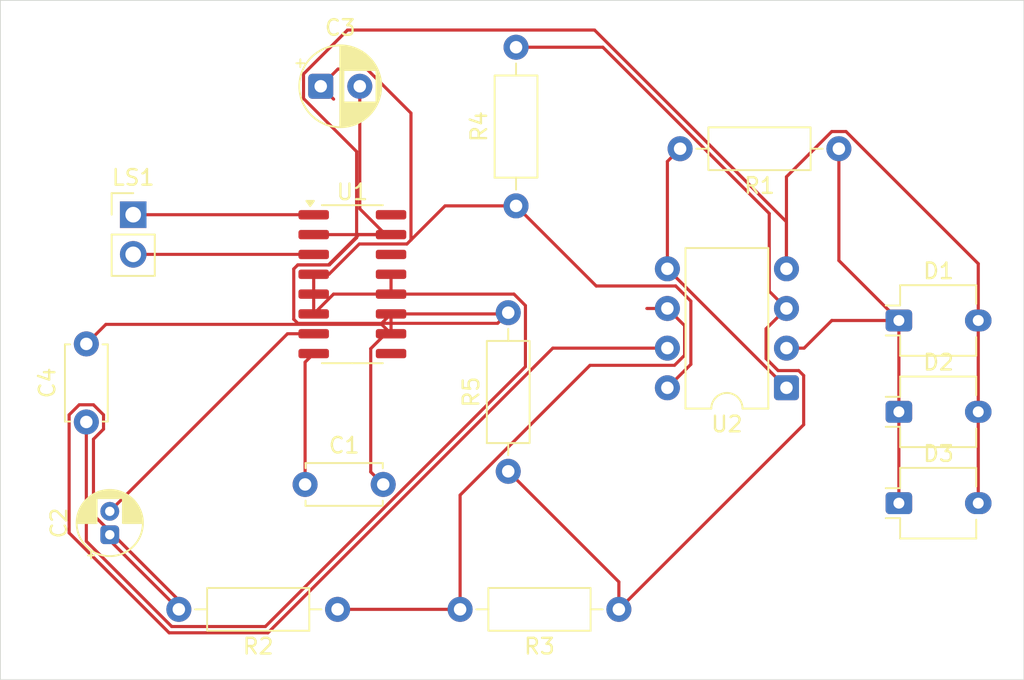
<source format=kicad_pcb>
(kicad_pcb (version 20241229) (generator "pcbnew") (generator_version "9.0")
  (layers (0 "F.Cu" signal) (2 "B.Cu" signal) (13 "F.Paste" user) (15 "B.Paste" user) (5 "F.SilkS" user "F.Silkscreen") (7 "B.SilkS" user "B.Silkscreen") (1 "F.Mask" user) (3 "B.Mask" user) (25 "Edge.Cuts" user))
  (net 0 "")
  (net 1 "Net-(U1-VREF)")
  (net 2 "GND")
  (net 3 "Net-(U1-INL)")
  (net 4 "+5V")
  (net 5 "Net-(U1-LOUT-)")
  (net 6 "Net-(U1-LOUT+)")
  (net 10 "Net-(C2-Pad1)")
  (net 11 "Net-(D1-K)")
  (net 12 "Net-(U2B-+)")
  (net 13 "Net-(U2B--)")
  (net 14 "Net-(U2A-+)")
  (footprint "Resistor_THT:R_Axial_DIN0207_L6.3mm_D2.5mm_P10.16mm_Horizontal" (layer "F.Cu") (at 163 96.16 90)
    (property "Reference" "R5" (at 5.08 -2.37 90) (layer "F.SilkS"))
    (property "Value" "10k")
    (fp_line (start 9.12 0) (end 8.35 0) (stroke (width 0.12)) (layer "F.SilkS"))
    (fp_line (start 1.04 0) (end 1.81 0) (stroke (width 0.12)) (layer "F.SilkS"))
    (fp_rect (start 1.81 -1.37) (end 8.35 1.37) (stroke (width 0.12)) (fill no) (layer "F.SilkS"))
    (pad "1" thru_hole circle (at 0 0 90) (size 1.6 1.6) (drill 0.8) (layers "*.Cu" "*.Mask") (net 14 "Net-(U2A-+)"))
    (pad "2" thru_hole circle (at 10.16 0 90) (size 1.6 1.6) (drill 0.8) (layers "*.Cu" "*.Mask") (net 2 "GND"))
  )
  (footprint "Capacitor_THT:C_Disc_D4.7mm_W2.5mm_P5.00mm" (layer "F.Cu") (at 150 97)
    (property "Reference" "C1" (at 2.5 -2.5 0) (layer "F.SilkS"))
    (property "Value" "0.1uF")
    (fp_line (start 0.03 -1.37) (end 4.97 -1.37) (stroke (width 0.12)) (layer "F.SilkS"))
    (fp_line (start 0.03 -1.04) (end 0.03 -1.37) (stroke (width 0.12)) (layer "F.SilkS"))
    (fp_line (start 0.03 1.37) (end 0.03 1.04) (stroke (width 0.12)) (layer "F.SilkS"))
    (fp_line (start 4.97 -1.37) (end 4.97 -1.04) (stroke (width 0.12)) (layer "F.SilkS"))
    (fp_line (start 4.97 1.04) (end 4.97 1.37) (stroke (width 0.12)) (layer "F.SilkS"))
    (fp_line (start 4.97 1.37) (end 0.03 1.37) (stroke (width 0.12)) (layer "F.SilkS"))
    (pad "1" thru_hole circle (at 0 0) (size 1.6 1.6) (drill 0.8) (layers "*.Cu" "*.Mask") (net 1 "Net-(U1-VREF)"))
    (pad "2" thru_hole circle (at 5 0) (size 1.6 1.6) (drill 0.8) (layers "*.Cu" "*.Mask") (net 2 "GND"))
  )
  (footprint "Resistor_THT:R_Axial_DIN0207_L6.3mm_D2.5mm_P10.16mm_Horizontal" (layer "F.Cu") (at 163.5 79.16 90)
    (property "Reference" "R4" (at 5.08 -2.37 90) (layer "F.SilkS"))
    (property "Value" "10k")
    (fp_line (start 9.12 0) (end 8.35 0) (stroke (width 0.12)) (layer "F.SilkS"))
    (fp_line (start 1.04 0) (end 1.81 0) (stroke (width 0.12)) (layer "F.SilkS"))
    (fp_rect (start 1.81 -1.37) (end 8.35 1.37) (stroke (width 0.12)) (fill no) (layer "F.SilkS"))
    (pad "1" thru_hole circle (at 0 0 90) (size 1.6 1.6) (drill 0.8) (layers "*.Cu" "*.Mask") (net 4 "+5V"))
    (pad "2" thru_hole circle (at 10.16 0 90) (size 1.6 1.6) (drill 0.8) (layers "*.Cu" "*.Mask") (net 14 "Net-(U2A-+)"))
  )
  (footprint "Resistor_THT:R_Axial_DIN0207_L6.3mm_D2.5mm_P10.16mm_Horizontal" (layer "F.Cu") (at 170.08 105 180)
    (property "Reference" "R3" (at 5.08 -2.37 0) (layer "F.SilkS"))
    (property "Value" "5.1k")
    (fp_line (start 9.12 0) (end 8.35 0) (stroke (width 0.12)) (layer "F.SilkS"))
    (fp_line (start 1.04 0) (end 1.81 0) (stroke (width 0.12)) (layer "F.SilkS"))
    (fp_rect (start 1.81 -1.37) (end 8.35 1.37) (stroke (width 0.12)) (fill no) (layer "F.SilkS"))
    (pad "1" thru_hole circle (at 0 0 180) (size 1.6 1.6) (drill 0.8) (layers "*.Cu" "*.Mask") (net 14 "Net-(U2A-+)"))
    (pad "2" thru_hole circle (at 10.16 0 180) (size 1.6 1.6) (drill 0.8) (layers "*.Cu" "*.Mask") (net 13 "Net-(U2B--)"))
  )
  (footprint "OptoDevice:Osram_DIL2_4.3x4.65mm_P5.08mm" (layer "F.Cu") (at 188 98.2)
    (property "Reference" "D3" (at 2.54 -3.17 0) (layer "F.SilkS"))
    (property "Value" "BPW34")
    (fp_line (start 0.08 -2.26) (end 0.08 -0.96) (stroke (width 0.12)) (layer "F.SilkS"))
    (fp_line (start 0.08 -2.26) (end 4.95 -2.26) (stroke (width 0.12)) (layer "F.SilkS"))
    (fp_line (start 0.08 -0.96) (end -0.84 -0.96) (stroke (width 0.12)) (layer "F.SilkS"))
    (fp_line (start 0.08 0.96) (end -0.84 0.96) (stroke (width 0.12)) (layer "F.SilkS"))
    (fp_line (start 0.08 0.96) (end 0.08 2.26) (stroke (width 0.12)) (layer "F.SilkS"))
    (fp_line (start 4.95 -2.26) (end 4.95 -1.06) (stroke (width 0.12)) (layer "F.SilkS"))
    (fp_line (start 4.95 1.06) (end 4.95 2.26) (stroke (width 0.12)) (layer "F.SilkS"))
    (fp_line (start 4.95 2.26) (end 0.08 2.26) (stroke (width 0.12)) (layer "F.SilkS"))
    (pad "1" thru_hole roundrect (at 0 0) (size 1.7 1.4) (drill 0.7) (layers "*.Cu" "*.Mask") (roundrect_rratio 0.178) (net 11 "Net-(D1-K)"))
    (pad "2" thru_hole oval (at 5.08 0) (size 1.7 1.4) (drill 0.7) (layers "*.Cu" "*.Mask") (net 2 "GND"))
  )
  (footprint "Capacitor_THT:CP_Radial_D4.0mm_P1.50mm" (layer "F.Cu") (at 137.5 100.2226 90)
    (property "Reference" "C2" (at 0.75 -3.25 90) (layer "F.SilkS"))
    (property "Value" "1uF")
    (fp_line (start 0.79 -2.08) (end 0.79 -0.84) (stroke (width 0.12)) (layer "F.SilkS"))
    (fp_line (start 0.75 -2.08) (end 0.75 -0.84) (stroke (width 0.12)) (layer "F.SilkS"))
    (fp_line (start 0.83 -2.078) (end 0.83 -0.84) (stroke (width 0.12)) (layer "F.SilkS"))
    (fp_line (start 0.87 -2.077) (end 0.87 -0.84) (stroke (width 0.12)) (layer "F.SilkS"))
    (fp_line (start 0.91 -2.074) (end 0.91 -0.84) (stroke (width 0.12)) (layer "F.SilkS"))
    (fp_line (start 0.95 -2.071) (end 0.95 -0.84) (stroke (width 0.12)) (layer "F.SilkS"))
    (fp_line (start 0.99 -2.066) (end 0.99 -0.84) (stroke (width 0.12)) (layer "F.SilkS"))
    (fp_line (start 1.03 -2.061) (end 1.03 -0.84) (stroke (width 0.12)) (layer "F.SilkS"))
    (fp_line (start 1.07 -2.056) (end 1.07 -0.84) (stroke (width 0.12)) (layer "F.SilkS"))
    (fp_line (start 1.11 -2.049) (end 1.11 -0.84) (stroke (width 0.12)) (layer "F.SilkS"))
    (fp_line (start 1.15 -2.042) (end 1.15 -0.84) (stroke (width 0.12)) (layer "F.SilkS"))
    (fp_line (start 1.19 -2.034) (end 1.19 -0.84) (stroke (width 0.12)) (layer "F.SilkS"))
    (fp_line (start 1.23 -2.025) (end 1.23 -0.84) (stroke (width 0.12)) (layer "F.SilkS"))
    (fp_line (start 1.27 -2.015) (end 1.27 -0.84) (stroke (width 0.12)) (layer "F.SilkS"))
    (fp_line (start 1.31 -2.005) (end 1.31 -0.84) (stroke (width 0.12)) (layer "F.SilkS"))
    (fp_line (start 1.35 -1.993) (end 1.35 -0.84) (stroke (width 0.12)) (layer "F.SilkS"))
    (fp_line (start 1.39 -1.981) (end 1.39 -0.84) (stroke (width 0.12)) (layer "F.SilkS"))
    (fp_line (start 1.43 -1.968) (end 1.43 -0.84) (stroke (width 0.12)) (layer "F.SilkS"))
    (fp_line (start 1.47 -1.954) (end 1.47 -0.84) (stroke (width 0.12)) (layer "F.SilkS"))
    (fp_line (start 1.51 -1.939) (end 1.51 -0.84) (stroke (width 0.12)) (layer "F.SilkS"))
    (fp_line (start 1.55 -1.923) (end 1.55 -0.84) (stroke (width 0.12)) (layer "F.SilkS"))
    (fp_line (start 1.59 -1.906) (end 1.59 -0.84) (stroke (width 0.12)) (layer "F.SilkS"))
    (fp_line (start 1.63 -1.889) (end 1.63 -0.84) (stroke (width 0.12)) (layer "F.SilkS"))
    (fp_line (start 1.67 -1.87) (end 1.67 -0.84) (stroke (width 0.12)) (layer "F.SilkS"))
    (fp_line (start 1.71 -1.85) (end 1.71 -0.84) (stroke (width 0.12)) (layer "F.SilkS"))
    (fp_line (start 1.75 -1.829) (end 1.75 -0.84) (stroke (width 0.12)) (layer "F.SilkS"))
    (fp_line (start 1.79 -1.807) (end 1.79 -0.84) (stroke (width 0.12)) (layer "F.SilkS"))
    (fp_line (start 1.83 -1.784) (end 1.83 -0.84) (stroke (width 0.12)) (layer "F.SilkS"))
    (fp_line (start 1.87 -1.76) (end 1.87 -0.84) (stroke (width 0.12)) (layer "F.SilkS"))
    (fp_line (start 1.91 -1.734) (end 1.91 -0.84) (stroke (width 0.12)) (layer "F.SilkS"))
    (fp_line (start 1.95 -1.708) (end 1.95 -0.84) (stroke (width 0.12)) (layer "F.SilkS"))
    (fp_line (start 1.99 -1.68) (end 1.99 -0.84) (stroke (width 0.12)) (layer "F.SilkS"))
    (fp_line (start 2.03 -1.65) (end 2.03 -0.84) (stroke (width 0.12)) (layer "F.SilkS"))
    (fp_line (start 2.07 -1.619) (end 2.07 -0.84) (stroke (width 0.12)) (layer "F.SilkS"))
    (fp_line (start 2.11 -1.586) (end 2.11 -0.84) (stroke (width 0.12)) (layer "F.SilkS"))
    (fp_line (start 2.15 -1.552) (end 2.15 -0.84) (stroke (width 0.12)) (layer "F.SilkS"))
    (fp_line (start 2.19 -1.516) (end 2.19 -0.84) (stroke (width 0.12)) (layer "F.SilkS"))
    (fp_line (start 2.23 -1.478) (end 2.23 -0.84) (stroke (width 0.12)) (layer "F.SilkS"))
    (fp_line (start 2.27 -1.438) (end 2.27 -0.84) (stroke (width 0.12)) (layer "F.SilkS"))
    (fp_line (start 2.31 -1.396) (end 2.31 -0.84) (stroke (width 0.12)) (layer "F.SilkS"))
    (fp_line (start -1.319801 -1.395) (end -1.319801 -0.995) (stroke (width 0.12)) (layer "F.SilkS"))
    (fp_line (start 2.35 -1.351) (end 2.35 1.351) (stroke (width 0.12)) (layer "F.SilkS"))
    (fp_line (start 2.39 -1.303) (end 2.39 1.303) (stroke (width 0.12)) (layer "F.SilkS"))
    (fp_line (start 2.43 -1.253) (end 2.43 1.253) (stroke (width 0.12)) (layer "F.SilkS"))
    (fp_line (start 2.47 -1.199) (end 2.47 1.199) (stroke (width 0.12)) (layer "F.SilkS"))
    (fp_line (start -1.519801 -1.195) (end -1.119801 -1.195) (stroke (width 0.12)) (layer "F.SilkS"))
    (fp_line (start 2.51 -1.142) (end 2.51 1.142) (stroke (width 0.12)) (layer "F.SilkS"))
    (fp_line (start 2.55 -1.08) (end 2.55 1.08) (stroke (width 0.12)) (layer "F.SilkS"))
    (fp_line (start 2.59 -1.013) (end 2.59 1.013) (stroke (width 0.12)) (layer "F.SilkS"))
    (fp_line (start 2.63 -0.94) (end 2.63 0.94) (stroke (width 0.12)) (layer "F.SilkS"))
    (fp_line (start 2.67 -0.859) (end 2.67 0.859) (stroke (width 0.12)) (layer "F.SilkS"))
    (fp_line (start 2.71 -0.768) (end 2.71 0.768) (stroke (width 0.12)) (layer "F.SilkS"))
    (fp_line (start 2.75 -0.663) (end 2.75 0.663) (stroke (width 0.12)) (layer "F.SilkS"))
    (fp_line (start 2.79 -0.537) (end 2.79 0.537) (stroke (width 0.12)) (layer "F.SilkS"))
    (fp_line (start 2.83 -0.37) (end 2.83 0.37) (stroke (width 0.12)) (layer "F.SilkS"))
    (fp_line (start 2.31 0.84) (end 2.31 1.396) (stroke (width 0.12)) (layer "F.SilkS"))
    (fp_line (start 2.27 0.84) (end 2.27 1.438) (stroke (width 0.12)) (layer "F.SilkS"))
    (fp_line (start 2.23 0.84) (end 2.23 1.478) (stroke (width 0.12)) (layer "F.SilkS"))
    (fp_line (start 2.19 0.84) (end 2.19 1.516) (stroke (width 0.12)) (layer "F.SilkS"))
    (fp_line (start 2.15 0.84) (end 2.15 1.552) (stroke (width 0.12)) (layer "F.SilkS"))
    (fp_line (start 2.11 0.84) (end 2.11 1.586) (stroke (width 0.12)) (layer "F.SilkS"))
    (fp_line (start 2.07 0.84) (end 2.07 1.619) (stroke (width 0.12)) (layer "F.SilkS"))
    (fp_line (start 2.03 0.84) (end 2.03 1.65) (stroke (width 0.12)) (layer "F.SilkS"))
    (fp_line (start 1.99 0.84) (end 1.99 1.68) (stroke (width 0.12)) (layer "F.SilkS"))
    (fp_line (start 1.95 0.84) (end 1.95 1.708) (stroke (width 0.12)) (layer "F.SilkS"))
    (fp_line (start 1.91 0.84) (end 1.91 1.734) (stroke (width 0.12)) (layer "F.SilkS"))
    (fp_line (start 1.87 0.84) (end 1.87 1.76) (stroke (width 0.12)) (layer "F.SilkS"))
    (fp_line (start 1.83 0.84) (end 1.83 1.784) (stroke (width 0.12)) (layer "F.SilkS"))
    (fp_line (start 1.79 0.84) (end 1.79 1.807) (stroke (width 0.12)) (layer "F.SilkS"))
    (fp_line (start 1.75 0.84) (end 1.75 1.829) (stroke (width 0.12)) (layer "F.SilkS"))
    (fp_line (start 1.71 0.84) (end 1.71 1.85) (stroke (width 0.12)) (layer "F.SilkS"))
    (fp_line (start 1.67 0.84) (end 1.67 1.87) (stroke (width 0.12)) (layer "F.SilkS"))
    (fp_line (start 1.63 0.84) (end 1.63 1.889) (stroke (width 0.12)) (layer "F.SilkS"))
    (fp_line (start 1.59 0.84) (end 1.59 1.906) (stroke (width 0.12)) (layer "F.SilkS"))
    (fp_line (start 1.55 0.84) (end 1.55 1.923) (stroke (width 0.12)) (layer "F.SilkS"))
    (fp_line (start 1.51 0.84) (end 1.51 1.939) (stroke (width 0.12)) (layer "F.SilkS"))
    (fp_line (start 1.47 0.84) (end 1.47 1.954) (stroke (width 0.12)) (layer "F.SilkS"))
    (fp_line (start 1.43 0.84) (end 1.43 1.968) (stroke (width 0.12)) (layer "F.SilkS"))
    (fp_line (start 1.39 0.84) (end 1.39 1.981) (stroke (width 0.12)) (layer "F.SilkS"))
    (fp_line (start 1.35 0.84) (end 1.35 1.993) (stroke (width 0.12)) (layer "F.SilkS"))
    (fp_line (start 1.31 0.84) (end 1.31 2.005) (stroke (width 0.12)) (layer "F.SilkS"))
    (fp_line (start 1.27 0.84) (end 1.27 2.015) (stroke (width 0.12)) (layer "F.SilkS"))
    (fp_line (start 1.23 0.84) (end 1.23 2.025) (stroke (width 0.12)) (layer "F.SilkS"))
    (fp_line (start 1.19 0.84) (end 1.19 2.034) (stroke (width 0.12)) (layer "F.SilkS"))
    (fp_line (start 1.15 0.84) (end 1.15 2.042) (stroke (width 0.12)) (layer "F.SilkS"))
    (fp_line (start 1.11 0.84) (end 1.11 2.049) (stroke (width 0.12)) (layer "F.SilkS"))
    (fp_line (start 1.07 0.84) (end 1.07 2.056) (stroke (width 0.12)) (layer "F.SilkS"))
    (fp_line (start 1.03 0.84) (end 1.03 2.061) (stroke (width 0.12)) (layer "F.SilkS"))
    (fp_line (start 0.99 0.84) (end 0.99 2.066) (stroke (width 0.12)) (layer "F.SilkS"))
    (fp_line (start 0.95 0.84) (end 0.95 2.071) (stroke (width 0.12)) (layer "F.SilkS"))
    (fp_line (start 0.91 0.84) (end 0.91 2.074) (stroke (width 0.12)) (layer "F.SilkS"))
    (fp_line (start 0.87 0.84) (end 0.87 2.077) (stroke (width 0.12)) (layer "F.SilkS"))
    (fp_line (start 0.83 0.84) (end 0.83 2.078) (stroke (width 0.12)) (layer "F.SilkS"))
    (fp_line (start 0.79 0.84) (end 0.79 2.08) (stroke (width 0.12)) (layer "F.SilkS"))
    (fp_line (start 0.75 0.84) (end 0.75 2.08) (stroke (width 0.12)) (layer "F.SilkS"))
    (fp_circle (center 0.75 0) (end 2.87 0) (stroke (width 0.12)) (fill no) (layer "F.SilkS"))
    (pad "1" thru_hole roundrect (at 0 0 90) (size 1.2 1.2) (drill 0.6) (layers "*.Cu" "*.Mask") (roundrect_rratio 0.208333) (net 10 "Net-(C2-Pad1)"))
    (pad "2" thru_hole circle (at 1.5 0 90) (size 1.2 1.2) (drill 0.6) (layers "*.Cu" "*.Mask") (net 3 "Net-(U1-INL)"))
  )
  (footprint "Resistor_THT:R_Axial_DIN0207_L6.3mm_D2.5mm_P10.16mm_Horizontal" (layer "F.Cu") (at 184.16 75.5 180)
    (property "Reference" "R1" (at 5.08 -2.37 0) (layer "F.SilkS"))
    (property "Value" "10k")
    (fp_line (start 9.12 0) (end 8.35 0) (stroke (width 0.12)) (layer "F.SilkS"))
    (fp_line (start 1.04 0) (end 1.81 0) (stroke (width 0.12)) (layer "F.SilkS"))
    (fp_rect (start 1.81 -1.37) (end 8.35 1.37) (stroke (width 0.12)) (fill no) (layer "F.SilkS"))
    (pad "1" thru_hole circle (at 0 0 180) (size 1.6 1.6) (drill 0.8) (layers "*.Cu" "*.Mask") (net 11 "Net-(D1-K)"))
    (pad "2" thru_hole circle (at 10.16 0 180) (size 1.6 1.6) (drill 0.8) (layers "*.Cu" "*.Mask") (net 12 "Net-(U2B-+)"))
  )
  (footprint "Resistor_THT:R_Axial_DIN0207_L6.3mm_D2.5mm_P10.16mm_Horizontal" (layer "F.Cu") (at 152.08 105 180)
    (property "Reference" "R2" (at 5.08 -2.37 0) (layer "F.SilkS"))
    (property "Value" "10k")
    (fp_line (start 9.12 0) (end 8.35 0) (stroke (width 0.12)) (layer "F.SilkS"))
    (fp_line (start 1.04 0) (end 1.81 0) (stroke (width 0.12)) (layer "F.SilkS"))
    (fp_rect (start 1.81 -1.37) (end 8.35 1.37) (stroke (width 0.12)) (fill no) (layer "F.SilkS"))
    (pad "1" thru_hole circle (at 0 0 180) (size 1.6 1.6) (drill 0.8) (layers "*.Cu" "*.Mask") (net 13 "Net-(U2B--)"))
    (pad "2" thru_hole circle (at 10.16 0 180) (size 1.6 1.6) (drill 0.8) (layers "*.Cu" "*.Mask") (net 10 "Net-(C2-Pad1)"))
  )
  (footprint "Package_DIP:DIP-8_W7.62mm" (layer "F.Cu") (at 180.805 90.81 180)
    (property "Reference" "U2" (at 3.81 -2.33 0) (layer "F.SilkS"))
    (property "Value" "LM358")
    (fp_line (start 6.46 8.95) (end 6.46 -1.33) (stroke (width 0.12)) (layer "F.SilkS"))
    (fp_line (start 6.46 -1.33) (end 4.81 -1.33) (stroke (width 0.12)) (layer "F.SilkS"))
    (fp_line (start 2.81 -1.33) (end 1.16 -1.33) (stroke (width 0.12)) (layer "F.SilkS"))
    (fp_line (start 1.16 8.95) (end 6.46 8.95) (stroke (width 0.12)) (layer "F.SilkS"))
    (fp_line (start 1.16 -1.33) (end 1.16 8.95) (stroke (width 0.12)) (layer "F.SilkS"))
    (fp_arc (start 4.81 -1.33) (mid 3.81 -0.33) (end 2.81 -1.33) (stroke (width 0.12)) (layer "F.SilkS"))
    (pad "1" thru_hole roundrect (at 0 0 180) (size 1.6 1.6) (drill 0.8) (layers "*.Cu" "*.Mask") (roundrect_rratio 0.15625) (net 12 "Net-(U2B-+)"))
    (pad "2" thru_hole circle (at 0 2.54 180) (size 1.6 1.6) (drill 0.8) (layers "*.Cu" "*.Mask") (net 11 "Net-(D1-K)"))
    (pad "3" thru_hole circle (at 0 5.08 180) (size 1.6 1.6) (drill 0.8) (layers "*.Cu" "*.Mask") (net 14 "Net-(U2A-+)"))
    (pad "4" thru_hole circle (at 0 7.62 180) (size 1.6 1.6) (drill 0.8) (layers "*.Cu" "*.Mask") (net 2 "GND"))
    (pad "5" thru_hole circle (at 7.62 7.62 180) (size 1.6 1.6) (drill 0.8) (layers "*.Cu" "*.Mask") (net 12 "Net-(U2B-+)"))
    (pad "6" thru_hole circle (at 7.62 5.08 180) (size 1.6 1.6) (drill 0.8) (layers "*.Cu" "*.Mask") (net 13 "Net-(U2B--)"))
    (pad "7" thru_hole circle (at 7.62 2.54 180) (size 1.6 1.6) (drill 0.8) (layers "*.Cu" "*.Mask") (net 10 "Net-(C2-Pad1)"))
    (pad "8" thru_hole circle (at 7.62 0 180) (size 1.6 1.6) (drill 0.8) (layers "*.Cu" "*.Mask") (net 4 "+5V"))
  )
  (footprint "Capacitor_THT:C_Disc_D4.7mm_W2.5mm_P5.00mm" (layer "F.Cu") (at 136 93 90)
    (property "Reference" "C4" (at 2.5 -2.5 90) (layer "F.SilkS"))
    (property "Value" "0.1uF")
    (fp_line (start 4.97 -1.37) (end 4.97 -1.04) (stroke (width 0.12)) (layer "F.SilkS"))
    (fp_line (start 0.03 -1.37) (end 4.97 -1.37) (stroke (width 0.12)) (layer "F.SilkS"))
    (fp_line (start 0.03 -1.04) (end 0.03 -1.37) (stroke (width 0.12)) (layer "F.SilkS"))
    (fp_line (start 4.97 1.04) (end 4.97 1.37) (stroke (width 0.12)) (layer "F.SilkS"))
    (fp_line (start 4.97 1.37) (end 0.03 1.37) (stroke (width 0.12)) (layer "F.SilkS"))
    (fp_line (start 0.03 1.37) (end 0.03 1.04) (stroke (width 0.12)) (layer "F.SilkS"))
    (pad "1" thru_hole circle (at 0 0 90) (size 1.6 1.6) (drill 0.8) (layers "*.Cu" "*.Mask") (net 4 "+5V"))
    (pad "2" thru_hole circle (at 5 0 90) (size 1.6 1.6) (drill 0.8) (layers "*.Cu" "*.Mask") (net 2 "GND"))
  )
  (footprint "OptoDevice:Osram_DIL2_4.3x4.65mm_P5.08mm" (layer "F.Cu") (at 188 92.35)
    (property "Reference" "D2" (at 2.54 -3.17 0) (layer "F.SilkS"))
    (property "Value" "BPW34")
    (fp_line (start 0.08 -2.26) (end 0.08 -0.96) (stroke (width 0.12)) (layer "F.SilkS"))
    (fp_line (start 0.08 -2.26) (end 4.95 -2.26) (stroke (width 0.12)) (layer "F.SilkS"))
    (fp_line (start 0.08 -0.96) (end -0.84 -0.96) (stroke (width 0.12)) (layer "F.SilkS"))
    (fp_line (start 0.08 0.96) (end -0.84 0.96) (stroke (width 0.12)) (layer "F.SilkS"))
    (fp_line (start 0.08 0.96) (end 0.08 2.26) (stroke (width 0.12)) (layer "F.SilkS"))
    (fp_line (start 4.95 -2.26) (end 4.95 -1.06) (stroke (width 0.12)) (layer "F.SilkS"))
    (fp_line (start 4.95 1.06) (end 4.95 2.26) (stroke (width 0.12)) (layer "F.SilkS"))
    (fp_line (start 4.95 2.26) (end 0.08 2.26) (stroke (width 0.12)) (layer "F.SilkS"))
    (pad "1" thru_hole roundrect (at 0 0) (size 1.7 1.4) (drill 0.7) (layers "*.Cu" "*.Mask") (roundrect_rratio 0.178) (net 11 "Net-(D1-K)"))
    (pad "2" thru_hole oval (at 5.08 0) (size 1.7 1.4) (drill 0.7) (layers "*.Cu" "*.Mask") (net 2 "GND"))
  )
  (footprint "OptoDevice:Osram_DIL2_4.3x4.65mm_P5.08mm" (layer "F.Cu") (at 188 86.5)
    (property "Reference" "D1" (at 2.54 -3.17 0) (layer "F.SilkS"))
    (property "Value" "BPW34")
    (fp_line (start 0.08 -2.26) (end 0.08 -0.96) (stroke (width 0.12)) (layer "F.SilkS"))
    (fp_line (start 0.08 -2.26) (end 4.95 -2.26) (stroke (width 0.12)) (layer "F.SilkS"))
    (fp_line (start 0.08 -0.96) (end -0.84 -0.96) (stroke (width 0.12)) (layer "F.SilkS"))
    (fp_line (start 0.08 0.96) (end -0.84 0.96) (stroke (width 0.12)) (layer "F.SilkS"))
    (fp_line (start 0.08 0.96) (end 0.08 2.26) (stroke (width 0.12)) (layer "F.SilkS"))
    (fp_line (start 4.95 -2.26) (end 4.95 -1.06) (stroke (width 0.12)) (layer "F.SilkS"))
    (fp_line (start 4.95 1.06) (end 4.95 2.26) (stroke (width 0.12)) (layer "F.SilkS"))
    (fp_line (start 4.95 2.26) (end 0.08 2.26) (stroke (width 0.12)) (layer "F.SilkS"))
    (pad "1" thru_hole roundrect (at 0 0) (size 1.7 1.4) (drill 0.7) (layers "*.Cu" "*.Mask") (roundrect_rratio 0.178) (net 11 "Net-(D1-K)"))
    (pad "2" thru_hole oval (at 5.08 0) (size 1.7 1.4) (drill 0.7) (layers "*.Cu" "*.Mask") (net 2 "GND"))
  )
  (footprint "Capacitor_THT:CP_Radial_D5.0mm_P2.50mm" (layer "F.Cu") (at 151 71.5)
    (property "Reference" "C3" (at 1.25 -3.75 0) (layer "F.SilkS"))
    (property "Value" "20uF")
    (fp_line (start -1.554775 -1.475) (end -1.054775 -1.475) (stroke (width 0.12)) (layer "F.SilkS"))
    (fp_line (start -1.304775 -1.725) (end -1.304775 -1.225) (stroke (width 0.12)) (layer "F.SilkS"))
    (fp_line (start 1.25 -2.58) (end 1.25 2.58) (stroke (width 0.12)) (layer "F.SilkS"))
    (fp_line (start 1.29 -2.58) (end 1.29 2.58) (stroke (width 0.12)) (layer "F.SilkS"))
    (fp_line (start 1.33 -2.579) (end 1.33 2.579) (stroke (width 0.12)) (layer "F.SilkS"))
    (fp_line (start 1.37 -2.577) (end 1.37 2.577) (stroke (width 0.12)) (layer "F.SilkS"))
    (fp_line (start 1.41 -2.575) (end 1.41 2.575) (stroke (width 0.12)) (layer "F.SilkS"))
    (fp_line (start 1.45 -2.572) (end 1.45 2.572) (stroke (width 0.12)) (layer "F.SilkS"))
    (fp_line (start 1.49 -2.569) (end 1.49 -1.04) (stroke (width 0.12)) (layer "F.SilkS"))
    (fp_line (start 1.49 1.04) (end 1.49 2.569) (stroke (width 0.12)) (layer "F.SilkS"))
    (fp_line (start 1.53 -2.565) (end 1.53 -1.04) (stroke (width 0.12)) (layer "F.SilkS"))
    (fp_line (start 1.53 1.04) (end 1.53 2.565) (stroke (width 0.12)) (layer "F.SilkS"))
    (fp_line (start 1.57 -2.56) (end 1.57 -1.04) (stroke (width 0.12)) (layer "F.SilkS"))
    (fp_line (start 1.57 1.04) (end 1.57 2.56) (stroke (width 0.12)) (layer "F.SilkS"))
    (fp_line (start 1.61 -2.555) (end 1.61 -1.04) (stroke (width 0.12)) (layer "F.SilkS"))
    (fp_line (start 1.61 1.04) (end 1.61 2.555) (stroke (width 0.12)) (layer "F.SilkS"))
    (fp_line (start 1.65 -2.549) (end 1.65 -1.04) (stroke (width 0.12)) (layer "F.SilkS"))
    (fp_line (start 1.65 1.04) (end 1.65 2.549) (stroke (width 0.12)) (layer "F.SilkS"))
    (fp_line (start 1.69 -2.543) (end 1.69 -1.04) (stroke (width 0.12)) (layer "F.SilkS"))
    (fp_line (start 1.69 1.04) (end 1.69 2.543) (stroke (width 0.12)) (layer "F.SilkS"))
    (fp_line (start 1.73 -2.536) (end 1.73 -1.04) (stroke (width 0.12)) (layer "F.SilkS"))
    (fp_line (start 1.73 1.04) (end 1.73 2.536) (stroke (width 0.12)) (layer "F.SilkS"))
    (fp_line (start 1.77 -2.528) (end 1.77 -1.04) (stroke (width 0.12)) (layer "F.SilkS"))
    (fp_line (start 1.77 1.04) (end 1.77 2.528) (stroke (width 0.12)) (layer "F.SilkS"))
    (fp_line (start 1.81 -2.519) (end 1.81 -1.04) (stroke (width 0.12)) (layer "F.SilkS"))
    (fp_line (start 1.81 1.04) (end 1.81 2.519) (stroke (width 0.12)) (layer "F.SilkS"))
    (fp_line (start 1.85 -2.51) (end 1.85 -1.04) (stroke (width 0.12)) (layer "F.SilkS"))
    (fp_line (start 1.85 1.04) (end 1.85 2.51) (stroke (width 0.12)) (layer "F.SilkS"))
    (fp_line (start 1.89 -2.501) (end 1.89 -1.04) (stroke (width 0.12)) (layer "F.SilkS"))
    (fp_line (start 1.89 1.04) (end 1.89 2.501) (stroke (width 0.12)) (layer "F.SilkS"))
    (fp_line (start 1.93 -2.49) (end 1.93 -1.04) (stroke (width 0.12)) (layer "F.SilkS"))
    (fp_line (start 1.93 1.04) (end 1.93 2.49) (stroke (width 0.12)) (layer "F.SilkS"))
    (fp_line (start 1.97 -2.479) (end 1.97 -1.04) (stroke (width 0.12)) (layer "F.SilkS"))
    (fp_line (start 1.97 1.04) (end 1.97 2.479) (stroke (width 0.12)) (layer "F.SilkS"))
    (fp_line (start 2.01 -2.467) (end 2.01 -1.04) (stroke (width 0.12)) (layer "F.SilkS"))
    (fp_line (start 2.01 1.04) (end 2.01 2.467) (stroke (width 0.12)) (layer "F.SilkS"))
    (fp_line (start 2.05 -2.455) (end 2.05 -1.04) (stroke (width 0.12)) (layer "F.SilkS"))
    (fp_line (start 2.05 1.04) (end 2.05 2.455) (stroke (width 0.12)) (layer "F.SilkS"))
    (fp_line (start 2.09 -2.442) (end 2.09 -1.04) (stroke (width 0.12)) (layer "F.SilkS"))
    (fp_line (start 2.09 1.04) (end 2.09 2.442) (stroke (width 0.12)) (layer "F.SilkS"))
    (fp_line (start 2.13 -2.428) (end 2.13 -1.04) (stroke (width 0.12)) (layer "F.SilkS"))
    (fp_line (start 2.13 1.04) (end 2.13 2.428) (stroke (width 0.12)) (layer "F.SilkS"))
    (fp_line (start 2.17 -2.413) (end 2.17 -1.04) (stroke (width 0.12)) (layer "F.SilkS"))
    (fp_line (start 2.17 1.04) (end 2.17 2.413) (stroke (width 0.12)) (layer "F.SilkS"))
    (fp_line (start 2.21 -2.398) (end 2.21 -1.04) (stroke (width 0.12)) (layer "F.SilkS"))
    (fp_line (start 2.21 1.04) (end 2.21 2.398) (stroke (width 0.12)) (layer "F.SilkS"))
    (fp_line (start 2.25 -2.382) (end 2.25 -1.04) (stroke (width 0.12)) (layer "F.SilkS"))
    (fp_line (start 2.25 1.04) (end 2.25 2.382) (stroke (width 0.12)) (layer "F.SilkS"))
    (fp_line (start 2.29 -2.365) (end 2.29 -1.04) (stroke (width 0.12)) (layer "F.SilkS"))
    (fp_line (start 2.29 1.04) (end 2.29 2.365) (stroke (width 0.12)) (layer "F.SilkS"))
    (fp_line (start 2.33 -2.347) (end 2.33 -1.04) (stroke (width 0.12)) (layer "F.SilkS"))
    (fp_line (start 2.33 1.04) (end 2.33 2.347) (stroke (width 0.12)) (layer "F.SilkS"))
    (fp_line (start 2.37 -2.329) (end 2.37 -1.04) (stroke (width 0.12)) (layer "F.SilkS"))
    (fp_line (start 2.37 1.04) (end 2.37 2.329) (stroke (width 0.12)) (layer "F.SilkS"))
    (fp_line (start 2.41 -2.309) (end 2.41 -1.04) (stroke (width 0.12)) (layer "F.SilkS"))
    (fp_line (start 2.41 1.04) (end 2.41 2.309) (stroke (width 0.12)) (layer "F.SilkS"))
    (fp_line (start 2.45 -2.289) (end 2.45 -1.04) (stroke (width 0.12)) (layer "F.SilkS"))
    (fp_line (start 2.45 1.04) (end 2.45 2.289) (stroke (width 0.12)) (layer "F.SilkS"))
    (fp_line (start 2.49 -2.268) (end 2.49 -1.04) (stroke (width 0.12)) (layer "F.SilkS"))
    (fp_line (start 2.49 1.04) (end 2.49 2.268) (stroke (width 0.12)) (layer "F.SilkS"))
    (fp_line (start 2.53 -2.246) (end 2.53 -1.04) (stroke (width 0.12)) (layer "F.SilkS"))
    (fp_line (start 2.53 1.04) (end 2.53 2.246) (stroke (width 0.12)) (layer "F.SilkS"))
    (fp_line (start 2.57 -2.223) (end 2.57 -1.04) (stroke (width 0.12)) (layer "F.SilkS"))
    (fp_line (start 2.57 1.04) (end 2.57 2.223) (stroke (width 0.12)) (layer "F.SilkS"))
    (fp_line (start 2.61 -2.199) (end 2.61 -1.04) (stroke (width 0.12)) (layer "F.SilkS"))
    (fp_line (start 2.61 1.04) (end 2.61 2.199) (stroke (width 0.12)) (layer "F.SilkS"))
    (fp_line (start 2.65 -2.175) (end 2.65 -1.04) (stroke (width 0.12)) (layer "F.SilkS"))
    (fp_line (start 2.65 1.04) (end 2.65 2.175) (stroke (width 0.12)) (layer "F.SilkS"))
    (fp_line (start 2.69 -2.149) (end 2.69 -1.04) (stroke (width 0.12)) (layer "F.SilkS"))
    (fp_line (start 2.69 1.04) (end 2.69 2.149) (stroke (width 0.12)) (layer "F.SilkS"))
    (fp_line (start 2.73 -2.122) (end 2.73 -1.04) (stroke (width 0.12)) (layer "F.SilkS"))
    (fp_line (start 2.73 1.04) (end 2.73 2.122) (stroke (width 0.12)) (layer "F.SilkS"))
    (fp_line (start 2.77 -2.094) (end 2.77 -1.04) (stroke (width 0.12)) (layer "F.SilkS"))
    (fp_line (start 2.77 1.04) (end 2.77 2.094) (stroke (width 0.12)) (layer "F.SilkS"))
    (fp_line (start 2.81 -2.065) (end 2.81 -1.04) (stroke (width 0.12)) (layer "F.SilkS"))
    (fp_line (start 2.81 1.04) (end 2.81 2.065) (stroke (width 0.12)) (layer "F.SilkS"))
    (fp_line (start 2.85 -2.035) (end 2.85 -1.04) (stroke (width 0.12)) (layer "F.SilkS"))
    (fp_line (start 2.85 1.04) (end 2.85 2.035) (stroke (width 0.12)) (layer "F.SilkS"))
    (fp_line (start 2.89 -2.003) (end 2.89 -1.04) (stroke (width 0.12)) (layer "F.SilkS"))
    (fp_line (start 2.89 1.04) (end 2.89 2.003) (stroke (width 0.12)) (layer "F.SilkS"))
    (fp_line (start 2.93 -1.97) (end 2.93 -1.04) (stroke (width 0.12)) (layer "F.SilkS"))
    (fp_line (start 2.93 1.04) (end 2.93 1.97) (stroke (width 0.12)) (layer "F.SilkS"))
    (fp_line (start 2.97 -1.936) (end 2.97 -1.04) (stroke (width 0.12)) (layer "F.SilkS"))
    (fp_line (start 2.97 1.04) (end 2.97 1.936) (stroke (width 0.12)) (layer "F.SilkS"))
    (fp_line (start 3.01 -1.901) (end 3.01 -1.04) (stroke (width 0.12)) (layer "F.SilkS"))
    (fp_line (start 3.01 1.04) (end 3.01 1.901) (stroke (width 0.12)) (layer "F.SilkS"))
    (fp_line (start 3.05 -1.864) (end 3.05 -1.04) (stroke (width 0.12)) (layer "F.SilkS"))
    (fp_line (start 3.05 1.04) (end 3.05 1.864) (stroke (width 0.12)) (layer "F.SilkS"))
    (fp_line (start 3.09 -1.825) (end 3.09 -1.04) (stroke (width 0.12)) (layer "F.SilkS"))
    (fp_line (start 3.09 1.04) (end 3.09 1.825) (stroke (width 0.12)) (layer "F.SilkS"))
    (fp_line (start 3.13 -1.785) (end 3.13 -1.04) (stroke (width 0.12)) (layer "F.SilkS"))
    (fp_line (start 3.13 1.04) (end 3.13 1.785) (stroke (width 0.12)) (layer "F.SilkS"))
    (fp_line (start 3.17 -1.743) (end 3.17 -1.04) (stroke (width 0.12)) (layer "F.SilkS"))
    (fp_line (start 3.17 1.04) (end 3.17 1.743) (stroke (width 0.12)) (layer "F.SilkS"))
    (fp_line (start 3.21 -1.699) (end 3.21 -1.04) (stroke (width 0.12)) (layer "F.SilkS"))
    (fp_line (start 3.21 1.04) (end 3.21 1.699) (stroke (width 0.12)) (layer "F.SilkS"))
    (fp_line (start 3.25 -1.652) (end 3.25 -1.04) (stroke (width 0.12)) (layer "F.SilkS"))
    (fp_line (start 3.25 1.04) (end 3.25 1.652) (stroke (width 0.12)) (layer "F.SilkS"))
    (fp_line (start 3.29 -1.604) (end 3.29 -1.04) (stroke (width 0.12)) (layer "F.SilkS"))
    (fp_line (start 3.29 1.04) (end 3.29 1.604) (stroke (width 0.12)) (layer "F.SilkS"))
    (fp_line (start 3.33 -1.553) (end 3.33 -1.04) (stroke (width 0.12)) (layer "F.SilkS"))
    (fp_line (start 3.33 1.04) (end 3.33 1.553) (stroke (width 0.12)) (layer "F.SilkS"))
    (fp_line (start 3.37 -1.499) (end 3.37 -1.04) (stroke (width 0.12)) (layer "F.SilkS"))
    (fp_line (start 3.37 1.04) (end 3.37 1.499) (stroke (width 0.12)) (layer "F.SilkS"))
    (fp_line (start 3.41 -1.443) (end 3.41 -1.04) (stroke (width 0.12)) (layer "F.SilkS"))
    (fp_line (start 3.41 1.04) (end 3.41 1.443) (stroke (width 0.12)) (layer "F.SilkS"))
    (fp_line (start 3.45 -1.383) (end 3.45 -1.04) (stroke (width 0.12)) (layer "F.SilkS"))
    (fp_line (start 3.45 1.04) (end 3.45 1.383) (stroke (width 0.12)) (layer "F.SilkS"))
    (fp_line (start 3.49 -1.319) (end 3.49 -1.04) (stroke (width 0.12)) (layer "F.SilkS"))
    (fp_line (start 3.49 1.04) (end 3.49 1.319) (stroke (width 0.12)) (layer "F.SilkS"))
    (fp_line (start 3.53 -1.251) (end 3.53 -1.04) (stroke (width 0.12)) (layer "F.SilkS"))
    (fp_line (start 3.53 1.04) (end 3.53 1.251) (stroke (width 0.12)) (layer "F.SilkS"))
    (fp_line (start 3.57 -1.177) (end 3.57 1.177) (stroke (width 0.12)) (layer "F.SilkS"))
    (fp_line (start 3.61 -1.098) (end 3.61 1.098) (stroke (width 0.12)) (layer "F.SilkS"))
    (fp_line (start 3.65 -1.011) (end 3.65 1.011) (stroke (width 0.12)) (layer "F.SilkS"))
    (fp_line (start 3.69 -0.914) (end 3.69 0.914) (stroke (width 0.12)) (layer "F.SilkS"))
    (fp_line (start 3.73 -0.805) (end 3.73 0.805) (stroke (width 0.12)) (layer "F.SilkS"))
    (fp_line (start 3.77 -0.677) (end 3.77 0.677) (stroke (width 0.12)) (layer "F.SilkS"))
    (fp_line (start 3.81 -0.517) (end 3.81 0.517) (stroke (width 0.12)) (layer "F.SilkS"))
    (fp_line (start 3.85 -0.283) (end 3.85 0.283) (stroke (width 0.12)) (layer "F.SilkS"))
    (fp_circle (center 1.25 0) (end 3.87 0) (stroke (width 0.12)) (fill no) (layer "F.SilkS"))
    (pad "1" thru_hole roundrect (at 0 0) (size 1.6 1.6) (drill 0.8) (layers "*.Cu" "*.Mask") (roundrect_rratio 0.15625) (net 4 "+5V"))
    (pad "2" thru_hole circle (at 2.5 0) (size 1.6 1.6) (drill 0.8) (layers "*.Cu" "*.Mask") (net 2 "GND"))
  )
  (footprint "Connector_PinHeader_2.54mm:PinHeader_1x02_P2.54mm_Vertical" (layer "F.Cu") (at 139 79.725)
    (property "Reference" "LS1" (at 0 -2.38 0) (layer "F.SilkS"))
    (property "Value" "Speaker")
    (fp_line (start -1.38 -1.38) (end 0 -1.38) (stroke (width 0.12)) (layer "F.SilkS"))
    (fp_line (start -1.38 0) (end -1.38 -1.38) (stroke (width 0.12)) (layer "F.SilkS"))
    (fp_line (start -1.38 1.27) (end -1.38 3.92) (stroke (width 0.12)) (layer "F.SilkS"))
    (fp_line (start -1.38 1.27) (end 1.38 1.27) (stroke (width 0.12)) (layer "F.SilkS"))
    (fp_line (start -1.38 3.92) (end 1.38 3.92) (stroke (width 0.12)) (layer "F.SilkS"))
    (fp_line (start 1.38 1.27) (end 1.38 3.92) (stroke (width 0.12)) (layer "F.SilkS"))
    (pad "1" thru_hole rect (at 0 0) (size 1.7 1.7) (drill 1) (layers "*.Cu" "*.Mask") (net 6 "Net-(U1-LOUT+)"))
    (pad "2" thru_hole circle (at 0 2.54) (size 1.7 1.7) (drill 1) (layers "*.Cu" "*.Mask") (net 5 "Net-(U1-LOUT-)"))
  )
  (footprint "Package_SO:SOIC-16_3.9x9.9mm_P1.27mm" (layer "F.Cu") (at 153.025 84.175)
    (property "Reference" "U1" (at 0 -5.9 0) (layer "F.SilkS"))
    (property "Value" "PAM8403D")
    (fp_line (start 0 -5.06) (end -1.95 -5.06) (stroke (width 0.12)) (layer "F.SilkS"))
    (fp_line (start 0 -5.06) (end 1.95 -5.06) (stroke (width 0.12)) (layer "F.SilkS"))
    (fp_line (start 0 5.06) (end -1.95 5.06) (stroke (width 0.12)) (layer "F.SilkS"))
    (fp_line (start 0 5.06) (end 1.95 5.06) (stroke (width 0.12)) (layer "F.SilkS"))
    (fp_poly (pts (xy -2.7 -5.005) (xy -2.94 -5.335) (xy -2.46 -5.335)) (stroke (width 0.12)) (fill yes) (layer "F.SilkS"))
    (pad "1" smd roundrect (at -2.475 -4.445) (size 1.95 0.6) (layers "F.Cu" "F.Mask" "F.Paste") (net 6 "Net-(U1-LOUT+)"))
    (pad "2" smd roundrect (at -2.475 -3.175) (size 1.95 0.6) (layers "F.Cu" "F.Mask" "F.Paste") (net 2 "GND"))
    (pad "3" smd roundrect (at -2.475 -1.905) (size 1.95 0.6) (layers "F.Cu" "F.Mask" "F.Paste") (net 5 "Net-(U1-LOUT-)"))
    (pad "4" smd roundrect (at -2.475 -0.635) (size 1.95 0.6) (layers "F.Cu" "F.Mask" "F.Paste") (net 4 "+5V"))
    (pad "5" smd roundrect (at -2.475 0.635) (size 1.95 0.6) (layers "F.Cu" "F.Mask" "F.Paste") (net 4 "+5V"))
    (pad "6" smd roundrect (at -2.475 1.905) (size 1.95 0.6) (layers "F.Cu" "F.Mask" "F.Paste") (net 4 "+5V"))
    (pad "7" smd roundrect (at -2.475 3.175) (size 1.95 0.6) (layers "F.Cu" "F.Mask" "F.Paste") (net 3 "Net-(U1-INL)"))
    (pad "8" smd roundrect (at -2.475 4.445) (size 1.95 0.6) (layers "F.Cu" "F.Mask" "F.Paste") (net 1 "Net-(U1-VREF)"))
    (pad "9" smd roundrect (at 2.475 4.445) (size 1.95 0.6) (layers "F.Cu" "F.Mask" "F.Paste"))
    (pad "10" smd roundrect (at 2.475 3.175) (size 1.95 0.6) (layers "F.Cu" "F.Mask" "F.Paste") (net 2 "GND"))
    (pad "11" smd roundrect (at 2.475 1.905) (size 1.95 0.6) (layers "F.Cu" "F.Mask" "F.Paste") (net 2 "GND"))
    (pad "12" smd roundrect (at 2.475 0.635) (size 1.95 0.6) (layers "F.Cu" "F.Mask" "F.Paste") (net 4 "+5V"))
    (pad "13" smd roundrect (at 2.475 -0.635) (size 1.95 0.6) (layers "F.Cu" "F.Mask" "F.Paste") (net 4 "+5V"))
    (pad "14" smd roundrect (at 2.475 -1.905) (size 1.95 0.6) (layers "F.Cu" "F.Mask" "F.Paste"))
    (pad "15" smd roundrect (at 2.475 -3.175) (size 1.95 0.6) (layers "F.Cu" "F.Mask" "F.Paste") (net 2 "GND"))
    (pad "16" smd roundrect (at 2.475 -4.445) (size 1.95 0.6) (layers "F.Cu" "F.Mask" "F.Paste"))
  )
  (gr_rect (start 130.5 66) (end 196 109.5) (stroke (width 0.05)) (fill no) (layer "Edge.Cuts"))
  (segment (start 150 97) (end 150 89.17) (width 0.2) (layer "F.Cu") (net 1))
  (segment (start 150 89.17) (end 150.55 88.62) (width 0.2) (layer "F.Cu") (net 1))
  (segment (start 154.899 86.681) (end 155.5 86.08) (width 0.2) (layer "F.Cu") (net 2))
  (segment (start 149.534032 86.681) (end 149.274 86.420968) (width 0.2) (layer "F.Cu") (net 2))
  (segment (start 193.08 92.35) (end 193.08 86.5) (width 0.2) (layer "F.Cu") (net 2))
  (segment (start 149.534032 86.681) (end 154.899 86.681) (width 0.2) (layer "F.Cu") (net 2))
  (segment (start 183.70395 74.399) (end 180.805 77.29795) (width 0.2) (layer "F.Cu") (net 2))
  (segment (start 153.5 79.346968) (end 153.5 71.5) (width 0.2) (layer "F.Cu") (net 2))
  (segment (start 149.899 70.71484) (end 152.71484 67.899) (width 0.2) (layer "F.Cu") (net 2))
  (segment (start 150.55 81) (end 155.5 81) (width 0.2) (layer "F.Cu") (net 2))
  (segment (start 193.08 82.86295) (end 184.61605 74.399) (width 0.2) (layer "F.Cu") (net 2))
  (segment (start 163 86) (end 162.319 86.681) (width 0.2) (layer "F.Cu") (net 2))
  (segment (start 155.5 87.35) (end 155.5 86.08) (width 0.2) (layer "F.Cu") (net 2))
  (segment (start 153.297899 75.684059) (end 149.899 72.28516) (width 0.2) (layer "F.Cu") (net 2))
  (segment (start 155 97) (end 154.200001 96.200001) (width 0.2) (layer "F.Cu") (net 2))
  (segment (start 151.497968 82.939) (end 149.534032 82.939) (width 0.2) (layer "F.Cu") (net 2))
  (segment (start 155.153032 87.35) (end 155.5 87.35) (width 0.2) (layer "F.Cu") (net 2))
  (segment (start 154.200001 96.200001) (end 154.200001 88.303031) (width 0.2) (layer "F.Cu") (net 2))
  (segment (start 149.274 83.199032) (end 149.534032 82.939) (width 0.2) (layer "F.Cu") (net 2))
  (segment (start 180.805 80.18085) (end 180.805 83.19) (width 0.2) (layer "F.Cu") (net 2))
  (segment (start 184.61605 74.399) (end 183.70395 74.399) (width 0.2) (layer "F.Cu") (net 2))
  (segment (start 155.5 86.08) (end 162.92 86.08) (width 0.2) (layer "F.Cu") (net 2))
  (segment (start 149.899 72.28516) (end 149.899 70.71484) (width 0.2) (layer "F.Cu") (net 2))
  (segment (start 155.153032 81) (end 153.5 79.346968) (width 0.2) (layer "F.Cu") (net 2))
  (segment (start 136 88) (end 137.251 86.749) (width 0.2) (layer "F.Cu") (net 2))
  (segment (start 162.92 86.08) (end 163 86) (width 0.2) (layer "F.Cu") (net 2))
  (segment (start 193.08 86.5) (end 193.08 82.86295) (width 0.2) (layer "F.Cu") (net 2))
  (segment (start 162.319 86.681) (end 149.534032 86.681) (width 0.2) (layer "F.Cu") (net 2))
  (segment (start 153.436968 81) (end 151.497968 82.939) (width 0.2) (layer "F.Cu") (net 2))
  (segment (start 154.200001 88.303031) (end 155.153032 87.35) (width 0.2) (layer "F.Cu") (net 2))
  (segment (start 155.5 81) (end 155.153032 81) (width 0.2) (layer "F.Cu") (net 2))
  (segment (start 149.534032 82.939) (end 151.558899 82.939) (width 0.2) (layer "F.Cu") (net 2))
  (segment (start 180.805 77.29795) (end 180.805 83.19) (width 0.2) (layer "F.Cu") (net 2))
  (segment (start 153.297899 81.2) (end 153.297899 75.684059) (width 0.2) (layer "F.Cu") (net 2))
  (segment (start 154.899 86.749) (end 155.5 87.35) (width 0.2) (layer "F.Cu") (net 2))
  (segment (start 137.251 86.749) (end 154.899 86.749) (width 0.2) (layer "F.Cu") (net 2))
  (segment (start 168.52315 67.899) (end 180.805 80.18085) (width 0.2) (layer "F.Cu") (net 2))
  (segment (start 193.08 98.2) (end 193.08 92.35) (width 0.2) (layer "F.Cu") (net 2))
  (segment (start 149.274 86.420968) (end 149.274 83.199032) (width 0.2) (layer "F.Cu") (net 2))
  (segment (start 152.71484 67.899) (end 168.52315 67.899) (width 0.2) (layer "F.Cu") (net 2))
  (segment (start 151.558899 82.939) (end 153.297899 81.2) (width 0.2) (layer "F.Cu") (net 2))
  (segment (start 155.5 81) (end 153.436968 81) (width 0.2) (layer "F.Cu") (net 2))
  (segment (start 150.55 87.35) (end 148.8726 87.35) (width 0.2) (layer "F.Cu") (net 3))
  (segment (start 148.8726 87.35) (end 137.5 98.7226) (width 0.2) (layer "F.Cu") (net 3))
  (segment (start 156.776 81.340968) (end 158.956968 79.16) (width 0.2) (layer "F.Cu") (net 4))
  (segment (start 153.463999 81.601) (end 151.524999 83.54) (width 0.2) (layer "F.Cu") (net 4))
  (segment (start 150.55 84.81) (end 150.55 83.54) (width 0.2) (layer "F.Cu") (net 4))
  (segment (start 173.71395 84.28605) (end 173.709 84.291) (width 0.2) (layer "F.Cu") (net 4))
  (segment (start 151 71.5) (end 152.101 70.399) (width 0.2) (layer "F.Cu") (net 4))
  (segment (start 168.631 84.291) (end 163.5 79.16) (width 0.2) (layer "F.Cu") (net 4))
  (segment (start 156.776 73.21895) (end 156.776 81.340968) (width 0.2) (layer "F.Cu") (net 4))
  (segment (start 173.185 90.81) (end 174.687 89.308) (width 0.2) (layer "F.Cu") (net 4))
  (segment (start 173.709 84.291) (end 168.631 84.291) (width 0.2) (layer "F.Cu") (net 4))
  (segment (start 174.687 89.308) (end 174.687 85.2591) (width 0.2) (layer "F.Cu") (net 4))
  (segment (start 153.95605 70.399) (end 156.776 73.21895) (width 0.2) (layer "F.Cu") (net 4))
  (segment (start 147.45605 106.101) (end 164.101 89.45605) (width 0.2) (layer "F.Cu") (net 4))
  (segment (start 151.82 84.81) (end 155.5 84.81) (width 0.2) (layer "F.Cu") (net 4))
  (segment (start 150.55 86.08) (end 150.55 84.81) (width 0.2) (layer "F.Cu") (net 4))
  (segment (start 158.956968 79.16) (end 163.5 79.16) (width 0.2) (layer "F.Cu") (net 4))
  (segment (start 163.36705 84.81) (end 155.5 84.81) (width 0.2) (layer "F.Cu") (net 4))
  (segment (start 164.101 89.45605) (end 164.101 85.54395) (width 0.2) (layer "F.Cu") (net 4))
  (segment (start 156.515968 81.601) (end 153.463999 81.601) (width 0.2) (layer "F.Cu") (net 4))
  (segment (start 136 93) (end 136 100.63705) (width 0.2) (layer "F.Cu") (net 4))
  (segment (start 156.776 81.340968) (end 156.515968 81.601) (width 0.2) (layer "F.Cu") (net 4))
  (segment (start 174.687 85.2591) (end 173.71395 84.28605) (width 0.2) (layer "F.Cu") (net 4))
  (segment (start 164.101 85.54395) (end 163.36705 84.81) (width 0.2) (layer "F.Cu") (net 4))
  (segment (start 151.524999 83.54) (end 150.55 83.54) (width 0.2) (layer "F.Cu") (net 4))
  (segment (start 152.101 70.399) (end 153.95605 70.399) (width 0.2) (layer "F.Cu") (net 4))
  (segment (start 155.5 83.54) (end 155.5 84.81) (width 0.2) (layer "F.Cu") (net 4))
  (segment (start 150.55 86.08) (end 151.82 84.81) (width 0.2) (layer "F.Cu") (net 4))
  (segment (start 141.46395 106.101) (end 147.45605 106.101) (width 0.2) (layer "F.Cu") (net 4))
  (segment (start 151 71.5) (end 151.826 72.326) (width 0.2) (layer "F.Cu") (net 4))
  (segment (start 136 100.63705) (end 141.46395 106.101) (width 0.2) (layer "F.Cu") (net 4))
  (segment (start 139 82.265) (end 150.545 82.265) (width 0.2) (layer "F.Cu") (net 5))
  (segment (start 150.545 82.265) (end 150.55 82.27) (width 0.2) (layer "F.Cu") (net 5))
  (segment (start 150.545 79.725) (end 150.55 79.73) (width 0.2) (layer "F.Cu") (net 6))
  (segment (start 139 79.725) (end 150.545 79.725) (width 0.2) (layer "F.Cu") (net 6))
  (segment (start 147.62215 106.502) (end 165.85415 88.27) (width 0.2) (layer "F.Cu") (net 10))
  (segment (start 136.45605 98.95605) (end 136.45605 94.101) (width 0.2) (layer "F.Cu") (net 10))
  (segment (start 136.45605 91.899) (end 135.54395 91.899) (width 0.2) (layer "F.Cu") (net 10))
  (segment (start 141.92 105) (end 141.92 104.58) (width 0.2) (layer "F.Cu") (net 10))
  (segment (start 141.29785 106.502) (end 147.62215 106.502) (width 0.2) (layer "F.Cu") (net 10))
  (segment (start 135.54395 91.899) (end 134.899 92.54395) (width 0.2) (layer "F.Cu") (net 10))
  (segment (start 136.45605 94.101) (end 137.101 93.45605) (width 0.2) (layer "F.Cu") (net 10))
  (segment (start 141.92 105) (end 137.5 100.58) (width 0.2) (layer "F.Cu") (net 10))
  (segment (start 137.101 92.54395) (end 136.45605 91.899) (width 0.2) (layer "F.Cu") (net 10))
  (segment (start 141.92 104.58) (end 142 104.5) (width 0.2) (layer "F.Cu") (net 10))
  (segment (start 137.101 93.45605) (end 137.101 92.54395) (width 0.2) (layer "F.Cu") (net 10))
  (segment (start 134.899 92.54395) (end 134.899 100.10315) (width 0.2) (layer "F.Cu") (net 10))
  (segment (start 134.899 100.10315) (end 141.29785 106.502) (width 0.2) (layer "F.Cu") (net 10))
  (segment (start 137.5 100.58) (end 137.5 100.2226) (width 0.2) (layer "F.Cu") (net 10))
  (segment (start 142 104.5) (end 136.45605 98.95605) (width 0.2) (layer "F.Cu") (net 10))
  (segment (start 165.85415 88.27) (end 173.185 88.27) (width 0.2) (layer "F.Cu") (net 10))
  (segment (start 188 98.2) (end 188 92.35) (width 0.2) (layer "F.Cu") (net 11))
  (segment (start 184.16 75.5) (end 184.16 82.66) (width 0.2) (layer "F.Cu") (net 11))
  (segment (start 180.805 88.27) (end 181.93637 88.27) (width 0.2) (layer "F.Cu") (net 11))
  (segment (start 184.16 82.66) (end 188 86.5) (width 0.2) (layer "F.Cu") (net 11))
  (segment (start 188 86.5) (end 188 92.35) (width 0.2) (layer "F.Cu") (net 11))
  (segment (start 183.70637 86.5) (end 188 86.5) (width 0.2) (layer "F.Cu") (net 11))
  (segment (start 181.93637 88.27) (end 183.70637 86.5) (width 0.2) (layer "F.Cu") (net 11))
  (segment (start 173.185 83.19) (end 173.185 76.315) (width 0.2) (layer "F.Cu") (net 12))
  (segment (start 173.185 76.315) (end 174 75.5) (width 0.2) (layer "F.Cu") (net 12))
  (segment (start 180.805 90.81) (end 173.185 83.19) (width 0.2) (layer "F.Cu") (net 12))
  (segment (start 159.92 97.68295) (end 168.23195 89.371) (width 0.2) (layer "F.Cu") (net 13))
  (segment (start 173.64105 89.371) (end 174.286 88.72605) (width 0.2) (layer "F.Cu") (net 13))
  (segment (start 152.08 105) (end 159.92 105) (width 0.2) (layer "F.Cu") (net 13))
  (segment (start 159.92 105) (end 159.92 97.68295) (width 0.2) (layer "F.Cu") (net 13))
  (segment (start 171.87295 85.73) (end 173.185 85.73) (width 0.2) (layer "F.Cu") (net 13))
  (segment (start 174.286 86.831) (end 173.185 85.73) (width 0.2) (layer "F.Cu") (net 13))
  (segment (start 168.23195 89.371) (end 173.64105 89.371) (width 0.2) (layer "F.Cu") (net 13))
  (segment (start 174.286 88.72605) (end 174.286 86.831) (width 0.2) (layer "F.Cu") (net 13))
  (segment (start 179.5 87.035) (end 180.805 85.73) (width 0.2) (layer "F.Cu") (net 14))
  (segment (start 179.704 79.64695) (end 179.704 84.629) (width 0.2) (layer "F.Cu") (net 14))
  (segment (start 170.08 105) (end 170.08 103.24) (width 0.2) (layer "F.Cu") (net 14))
  (segment (start 179.5 88.9379) (end 179.5 87.035) (width 0.2) (layer "F.Cu") (net 14))
  (segment (start 169.05705 69) (end 179.704 79.64695) (width 0.2) (layer "F.Cu") (net 14))
  (segment (start 180.2711 89.709) (end 179.5 88.9379) (width 0.2) (layer "F.Cu") (net 14))
  (segment (start 181.906 90.02484) (end 181.59016 89.709) (width 0.2) (layer "F.Cu") (net 14))
  (segment (start 181.906 93.174) (end 181.906 90.02484) (width 0.2) (layer "F.Cu") (net 14))
  (segment (start 170.08 105) (end 181.906 93.174) (width 0.2) (layer "F.Cu") (net 14))
  (segment (start 181.59016 89.709) (end 180.2711 89.709) (width 0.2) (layer "F.Cu") (net 14))
  (segment (start 163.5 69) (end 169.05705 69) (width 0.2) (layer "F.Cu") (net 14))
  (segment (start 179.704 84.629) (end 180.805 85.73) (width 0.2) (layer "F.Cu") (net 14))
  (segment (start 170.08 103.24) (end 163 96.16) (width 0.2) (layer "F.Cu") (net 14))
)
</source>
